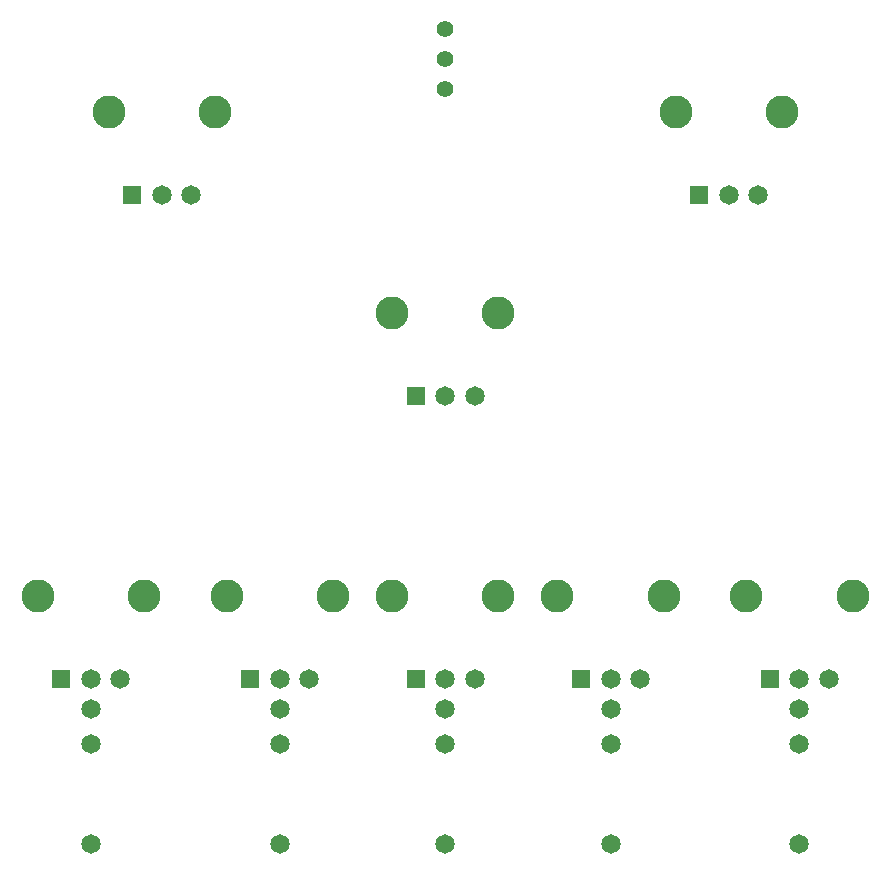
<source format=gtp>
G04 #@! TF.GenerationSoftware,KiCad,Pcbnew,(5.0.0)*
G04 #@! TF.CreationDate,2018-11-19T15:58:41+01:00*
G04 #@! TF.ProjectId,Corona_mainBoard,436F726F6E615F6D61696E426F617264,1*
G04 #@! TF.SameCoordinates,Original*
G04 #@! TF.FileFunction,Paste,Top*
G04 #@! TF.FilePolarity,Positive*
%FSLAX46Y46*%
G04 Gerber Fmt 4.6, Leading zero omitted, Abs format (unit mm)*
G04 Created by KiCad (PCBNEW (5.0.0)) date 11/19/18 15:58:41*
%MOMM*%
%LPD*%
G01*
G04 APERTURE LIST*
%ADD10C,1.648460*%
%ADD11R,1.648460X1.648460*%
%ADD12C,2.794000*%
%ADD13C,1.422400*%
G04 APERTURE END LIST*
D10*
G04 #@! TO.C,J_IN1*
X9000000Y-95501140D03*
X9000000Y-98503420D03*
X9000000Y-106999720D03*
G04 #@! TD*
G04 #@! TO.C,J_OUT1*
X69000000Y-106998720D03*
X69000000Y-98502420D03*
X69000000Y-95500140D03*
G04 #@! TD*
D11*
G04 #@! TO.C,RV_FB1*
X60500640Y-51997700D03*
D10*
X63000000Y-51997700D03*
X65499360Y-51997700D03*
D12*
X58501660Y-45000000D03*
X67498340Y-45000000D03*
G04 #@! TD*
D13*
G04 #@! TO.C,SW1*
X39000000Y-43040000D03*
X39000000Y-37960000D03*
X39000000Y-40500000D03*
G04 #@! TD*
D12*
G04 #@! TO.C,RV_GAIN1*
X73498340Y-86000000D03*
X64501660Y-86000000D03*
D10*
X71499360Y-92997700D03*
X69000000Y-92997700D03*
D11*
X66500640Y-92997700D03*
G04 #@! TD*
D10*
G04 #@! TO.C,J_IN_DRV1*
X25000000Y-106998720D03*
X25000000Y-98502420D03*
X25000000Y-95500140D03*
G04 #@! TD*
G04 #@! TO.C,J_IN_FB1*
X53000000Y-95500140D03*
X53000000Y-98502420D03*
X53000000Y-106998720D03*
G04 #@! TD*
D11*
G04 #@! TO.C,RV_DRV1*
X12500640Y-51997700D03*
D10*
X15000000Y-51997700D03*
X17499360Y-51997700D03*
D12*
X10501660Y-45000000D03*
X19498340Y-45000000D03*
G04 #@! TD*
G04 #@! TO.C,RV_DRV_CV1*
X29498340Y-86000000D03*
X20501660Y-86000000D03*
D10*
X27499360Y-92997700D03*
X25000000Y-92997700D03*
D11*
X22500640Y-92997700D03*
G04 #@! TD*
D12*
G04 #@! TO.C,RV_FB_CV1*
X57498340Y-86000000D03*
X48501660Y-86000000D03*
D10*
X55499360Y-92997700D03*
X53000000Y-92997700D03*
D11*
X50500640Y-92997700D03*
G04 #@! TD*
D10*
G04 #@! TO.C,J_IN_TONE1*
X39000000Y-95500140D03*
X39000000Y-98502420D03*
X39000000Y-106998720D03*
G04 #@! TD*
D12*
G04 #@! TO.C,RV_IN1*
X13498340Y-86000000D03*
X4501660Y-86000000D03*
D10*
X11499360Y-92997700D03*
X9000000Y-92997700D03*
D11*
X6500640Y-92997700D03*
G04 #@! TD*
G04 #@! TO.C,RV_TONE1*
X36500640Y-68997700D03*
D10*
X39000000Y-68997700D03*
X41499360Y-68997700D03*
D12*
X34501660Y-62000000D03*
X43498340Y-62000000D03*
G04 #@! TD*
G04 #@! TO.C,RV_TONE_CV1*
X43498340Y-86000000D03*
X34501660Y-86000000D03*
D10*
X41499360Y-92997700D03*
X39000000Y-92997700D03*
D11*
X36500640Y-92997700D03*
G04 #@! TD*
M02*

</source>
